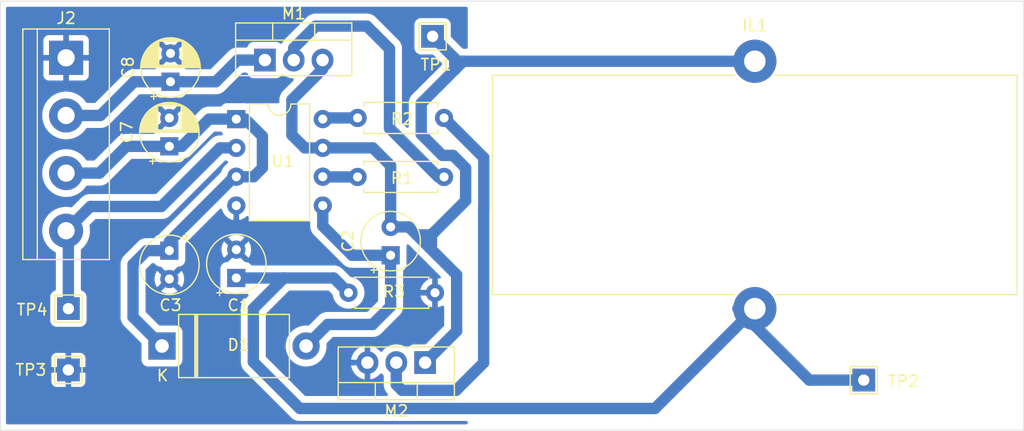
<source format=kicad_pcb>
(kicad_pcb (version 20240108) (generator "pcbnew") (generator_version "8.0")
  (layers (0 "F.Cu" signal) (31 "B.Cu" signal) (34 "B.Paste" user) (35 "F.Paste" user) (36 "B.SilkS" user "B.Silkscreen") (37 "F.SilkS" user "F.Silkscreen") (38 "B.Mask" user) (39 "F.Mask" user) (44 "Edge.Cuts" user))
  (net 0 "")
  (net 1 "pwm")
  (net 2 "vcc")
  (net 3 "Net-(D1--)")
  (net 4 "Vd")
  (net 5 "Vo")
  (net 6 "vdd")
  (net 7 "Net-(M1-G)")
  (net 8 "Net-(M2-G)")
  (net 9 "Net-(U1-HO)")
  (net 10 "Net-(U1-LO)")
  (net 11 "0")
  (footprint "Package_TO_SOT_THT:TO-220-3_Vertical" (layer "F.Cu") (at 158.84 113.755 180)
    (property "Reference" "M2" (at 2.54 -4.27 0) (layer "F.SilkS"))
    (property "Value" "IRF530")
    (fp_line (start 7.66 -3.27) (end 7.66 1.371) (stroke (width 0.12)) (layer "F.SilkS"))
    (fp_line (start 4.391 -3.27) (end 4.391 -1.76) (stroke (width 0.12)) (layer "F.SilkS"))
    (fp_line (start 0.69 -3.27) (end 0.69 -1.76) (stroke (width 0.12)) (layer "F.SilkS"))
    (fp_line (start -2.58 1.371) (end 7.66 1.371) (stroke (width 0.12)) (layer "F.SilkS"))
    (fp_line (start -2.58 -1.76) (end 7.66 -1.76) (stroke (width 0.12)) (layer "F.SilkS"))
    (fp_line (start -2.58 -3.27) (end 7.66 -3.27) (stroke (width 0.12)) (layer "F.SilkS"))
    (fp_line (start -2.58 -3.27) (end -2.58 1.371) (stroke (width 0.12)) (layer "F.SilkS"))
    (pad "1" thru_hole rect (at 0 0 180) (size 1.905 2) (drill 1.1) (layers "*.Cu" "*.Mask") (net 4 "Vd"))
    (pad "2" thru_hole oval (at 2.54 0 180) (size 1.905 2) (drill 1.1) (layers "*.Cu" "*.Mask") (net 8 "Net-(M2-G)"))
    (pad "3" thru_hole oval (at 5.08 0 180) (size 1.905 2) (drill 1.1) (layers "*.Cu" "*.Mask") (net 11 "0"))
  )
  (footprint "TestPoint:TestPoint_THTPad_2.0x2.0mm_Drill1.0mm" (layer "F.Cu") (at 127.4 114.4)
    (property "Reference" "TP3" (at -3.3 0 0) (layer "F.SilkS"))
    (property "Value" "GND")
    (fp_line (start -1.2 -1.2) (end 1.2 -1.2) (stroke (width 0.12)) (layer "F.SilkS"))
    (fp_line (start -1.2 1.2) (end -1.2 -1.2) (stroke (width 0.12)) (layer "F.SilkS"))
    (fp_line (start 1.2 -1.2) (end 1.2 1.2) (stroke (width 0.12)) (layer "F.SilkS"))
    (fp_line (start 1.2 1.2) (end -1.2 1.2) (stroke (width 0.12)) (layer "F.SilkS"))
    (pad "1" thru_hole rect (at 0 0) (size 2 2) (drill 1) (layers "*.Cu" "*.Mask") (net 11 "0"))
  )
  (footprint "Capacitor_THT:CP_Radial_Tantal_D5.0mm_P2.50mm" (layer "F.Cu") (at 155.8 104.3 90)
    (property "Reference" "C2" (at 1.25 -3.75 90) (layer "F.SilkS"))
    (property "Value" "330n")
    (fp_line (start -1.304775 -1.725) (end -1.304775 -1.225) (stroke (width 0.12)) (layer "F.SilkS"))
    (fp_line (start -1.554775 -1.475) (end -1.054775 -1.475) (stroke (width 0.12)) (layer "F.SilkS"))
    (fp_circle (center 1.25 0) (end 3.87 0) (stroke (width 0.12)) (fill none) (layer "F.SilkS"))
    (pad "1" thru_hole rect (at 0 0 90) (size 1.6 1.6) (drill 0.8) (layers "*.Cu" "*.Mask") (net 3 "Net-(D1--)"))
    (pad "2" thru_hole circle (at 2.5 0 90) (size 1.6 1.6) (drill 0.8) (layers "*.Cu" "*.Mask") (net 4 "Vd"))
  )
  (footprint "TerminalBlock:TerminalBlock_bornier-4_P5.08mm" (layer "F.Cu") (at 127.2 86.894888 -90)
    (property "Reference" "J2" (at -3.494888 0 180) (layer "F.SilkS"))
    (property "Value" "Conn_01x04_Socket")
    (fp_line (start -2.54 3.81) (end 17.78 3.81) (stroke (width 0.12)) (layer "F.SilkS"))
    (fp_line (start 17.78 3.81) (end 17.78 -3.81) (stroke (width 0.12)) (layer "F.SilkS"))
    (fp_line (start 17.78 2.54) (end -2.54 2.54) (stroke (width 0.12)) (layer "F.SilkS"))
    (fp_line (start -2.54 -3.81) (end -2.54 3.81) (stroke (width 0.12)) (layer "F.SilkS"))
    (fp_line (start -2.54 -3.81) (end 17.78 -3.81) (stroke (width 0.12)) (layer "F.SilkS"))
    (pad "1" thru_hole rect (at 0 0 270) (size 3 3) (drill 1.52) (layers "*.Cu" "*.Mask") (net 11 "0"))
    (pad "2" thru_hole circle (at 5.08 0 270) (size 3 3) (drill 1.52) (layers "*.Cu" "*.Mask") (net 6 "vdd"))
    (pad "3" thru_hole circle (at 10.16 0 270) (size 3 3) (drill 1.52) (layers "*.Cu" "*.Mask") (net 2 "vcc"))
    (pad "4" thru_hole circle (at 15.24 0 270) (size 3 3) (drill 1.52) (layers "*.Cu" "*.Mask") (net 1 "pwm"))
  )
  (footprint "TestPoint:TestPoint_THTPad_2.0x2.0mm_Drill1.0mm" (layer "F.Cu") (at 197.5 115.3)
    (property "Reference" "TP2" (at 3.5 0.1 0) (layer "F.SilkS"))
    (property "Value" "Vo")
    (fp_line (start -1.2 -1.2) (end 1.2 -1.2) (stroke (width 0.12)) (layer "F.SilkS"))
    (fp_line (start -1.2 1.2) (end -1.2 -1.2) (stroke (width 0.12)) (layer "F.SilkS"))
    (fp_line (start 1.2 -1.2) (end 1.2 1.2) (stroke (width 0.12)) (layer "F.SilkS"))
    (fp_line (start 1.2 1.2) (end -1.2 1.2) (stroke (width 0.12)) (layer "F.SilkS"))
    (pad "1" thru_hole rect (at 0 0) (size 2 2) (drill 1) (layers "*.Cu" "*.Mask") (net 5 "Vo"))
  )
  (footprint "Capacitor_THT:CP_Radial_D5.0mm_P2.50mm" (layer "F.Cu") (at 136.4 89.005113 90)
    (property "Reference" "C8" (at 1.25 -3.75 90) (layer "F.SilkS"))
    (property "Value" "10u")
    (fp_line (start 1.29 -2.58) (end 1.29 2.58) (stroke (width 0.12)) (layer "F.SilkS"))
    (fp_line (start 1.25 -2.58) (end 1.25 2.58) (stroke (width 0.12)) (layer "F.SilkS"))
    (fp_line (start 1.33 -2.579) (end 1.33 2.579) (stroke (width 0.12)) (layer "F.SilkS"))
    (fp_line (start 1.37 -2.578) (end 1.37 2.578) (stroke (width 0.12)) (layer "F.SilkS"))
    (fp_line (start 1.41 -2.576) (end 1.41 2.576) (stroke (width 0.12)) (layer "F.SilkS"))
    (fp_line (start 1.45 -2.573) (end 1.45 2.573) (stroke (width 0.12)) (layer "F.SilkS"))
    (fp_line (start 1.49 -2.569) (end 1.49 -1.04) (stroke (width 0.12)) (layer "F.SilkS"))
    (fp_line (start 1.53 -2.565) (end 1.53 -1.04) (stroke (width 0.12)) (layer "F.SilkS"))
    (fp_line (start 1.57 -2.561) (end 1.57 -1.04) (stroke (width 0.12)) (layer "F.SilkS"))
    (fp_line (start 1.61 -2.556) (end 1.61 -1.04) (stroke (width 0.12)) (layer "F.SilkS"))
    (fp_line (start 1.65 -2.55) (end 1.65 -1.04) (stroke (width 0.12)) (layer "F.SilkS"))
    (fp_line (start 1.69 -2.543) (end 1.69 -1.04) (stroke (width 0.12)) (layer "F.SilkS"))
    (fp_line (start 1.73 -2.536) (end 1.73 -1.04) (stroke (width 0.12)) (layer "F.SilkS"))
    (fp_line (start 1.77 -2.528) (end 1.77 -1.04) (stroke (width 0.12)) (layer "F.SilkS"))
    (fp_line (start 1.81 -2.52) (end 1.81 -1.04) (stroke (width 0.12)) (layer "F.SilkS"))
    (fp_line (start 1.85 -2.511) (end 1.85 -1.04) (stroke (width 0.12)) (layer "F.SilkS"))
    (fp_line (start 1.89 -2.501) (end 1.89 -1.04) (stroke (width 0.12)) (layer "F.SilkS"))
    (fp_line (start 1.93 -2.491) (end 1.93 -1.04) (stroke (width 0.12)) (layer "F.SilkS"))
    (fp_line (start 1.971 -2.48) (end 1.971 -1.04) (stroke (width 0.12)) (layer "F.SilkS"))
    (fp_line (start 2.011 -2.468) (end 2.011 -1.04) (stroke (width 0.12)) (layer "F.SilkS"))
    (fp_line (start 2.051 -2.455) (end 2.051 -1.04) (stroke (width 0.12)) (layer "F.SilkS"))
    (fp_line (start 2.091 -2.442) (end 2.091 -1.04) (stroke (width 0.12)) (layer "F.SilkS"))
    (fp_line (start 2.131 -2.428) (end 2.131 -1.04) (stroke (width 0.12)) (layer "F.SilkS"))
    (fp_line (start 2.171 -2.414) (end 2.171 -1.04) (stroke (width 0.12)) (layer "F.SilkS"))
    (fp_line (start 2.211 -2.398) (end 2.211 -1.04) (stroke (width 0.12)) (layer "F.SilkS"))
    (fp_line (start 2.251 -2.382) (end 2.251 -1.04) (stroke (width 0.12)) (layer "F.SilkS"))
    (fp_line (start 2.291 -2.365) (end 2.291 -1.04) (stroke (width 0.12)) (layer "F.SilkS"))
    (fp_line (start 2.331 -2.348) (end 2.331 -1.04) (stroke (width 0.12)) (layer "F.SilkS"))
    (fp_line (start 2.371 -2.329) (end 2.371 -1.04) (stroke (width 0.12)) (layer "F.SilkS"))
    (fp_line (start 2.411 -2.31) (end 2.411 -1.04) (stroke (width 0.12)) (layer "F.SilkS"))
    (fp_line (start 2.451 -2.29) (end 2.451 -1.04) (stroke (width 0.12)) (layer "F.SilkS"))
    (fp_line (start 2.491 -2.268) (end 2.491 -1.04) (stroke (width 0.12)) (layer "F.SilkS"))
    (fp_line (start 2.531 -2.247) (end 2.531 -1.04) (stroke (width 0.12)) (layer "F.SilkS"))
    (fp_line (start 2.571 -2.224) (end 2.571 -1.04) (stroke (width 0.12)) (layer "F.SilkS"))
    (fp_line (start 2.611 -2.2) (end 2.611 -1.04) (stroke (width 0.12)) (layer "F.SilkS"))
    (fp_line (start 2.651 -2.175) (end 2.651 -1.04) (stroke (width 0.12)) (layer "F.SilkS"))
    (fp_line (start 2.691 -2.149) (end 2.691 -1.04) (stroke (width 0.12)) (layer "F.SilkS"))
    (fp_line (start 2.731 -2.122) (end 2.731 -1.04) (stroke (width 0.12)) (layer "F.SilkS"))
    (fp_line (start 2.771 -2.095) (end 2.771 -1.04) (stroke (width 0.12)) (layer "F.SilkS"))
    (fp_line (start 2.811 -2.065) (end 2.811 -1.04) (stroke (width 0.12)) (layer "F.SilkS"))
    (fp_line (start 2.851 -2.035) (end 2.851 -1.04) (stroke (width 0.12)) (layer "F.SilkS"))
    (fp_line (start 2.891 -2.004) (end 2.891 -1.04) (stroke (width 0.12)) (layer "F.SilkS"))
    (fp_line (start 2.931 -1.971) (end 2.931 -1.04) (stroke (width 0.12)) (layer "F.SilkS"))
    (fp_line (start 2.971 -1.937) (end 2.971 -1.04) (stroke (width 0.12)) (layer "F.SilkS"))
    (fp_line (start 3.011 -1.901) (end 3.011 -1.04) (stroke (width 0.12)) (layer "F.SilkS"))
    (fp_line (start 3.051 -1.864) (end 3.051 -1.04) (stroke (width 0.12)) (layer "F.SilkS"))
    (fp_line (start 3.091 -1.826) (end 3.091 -1.04) (stroke (width 0.12)) (layer "F.SilkS"))
    (fp_line (start 3.131 -1.785) (end 3.131 -1.04) (stroke (width 0.12)) (layer "F.SilkS"))
    (fp_line (start 3.171 -1.743) (end 3.171 -1.04) (stroke (width 0.12)) (layer "F.SilkS"))
    (fp_line (start -1.304775 -1.725) (end -1.304775 -1.225) (stroke (width 0.12)) (layer "F.SilkS"))
    (fp_line (start 3.211 -1.699) (end 3.211 -1.04) (stroke (width 0.12)) (layer "F.SilkS"))
    (fp_line (start 3.251 -1.653) (end 3.251 -1.04) (stroke (width 0.12)) (layer "F.SilkS"))
    (fp_line (start 3.291 -1.605) (end 3.291 -1.04) (stroke (width 0.12)) (layer "F.SilkS"))
    (fp_line (start 3.331 -1.554) (end 3.331 -1.04) (stroke (width 0.12)) (layer "F.SilkS"))
    (fp_line (start 3.371 -1.5) (end 3.371 -1.04) (stroke (width 0.12)) (layer "F.SilkS"))
    (fp_line (start -1.554775 -1.475) (end -1.054775 -1.475) (stroke (width 0.12)) (layer "F.SilkS"))
    (fp_line (start 3.411 -1.443) (end 3.411 -1.04) (stroke (width 0.12)) (layer "F.SilkS"))
    (fp_line (start 3.451 -1.383) (end 3.451 -1.04) (stroke (width 0.12)) (layer "F.SilkS"))
    (fp_line (start 3.491 -1.319) (end 3.491 -1.04) (stroke (width 0.12)) (layer "F.SilkS"))
    (fp_line (start 3.531 -1.251) (end 3.531 -1.04) (stroke (width 0.12)) (layer "F.SilkS"))
    (fp_line (start 3.571 -1.178) (end 3.571 1.178) (stroke (width 0.12)) (layer "F.SilkS"))
    (fp_line (start 3.611 -1.098) (end 3.611 1.098) (stroke (width 0.12)) (layer "F.SilkS"))
    (fp_line (start 3.651 -1.011) (end 3.651 1.011) (stroke (width 0.12)) (layer "F.SilkS"))
    (fp_line (start 3.691 -0.915) (end 3.691 0.915) (stroke (width 0.12)) (layer "F.SilkS"))
    (fp_line (start 3.731 -0.805) (end 3.731 0.805) (stroke (width 0.12)) (layer "F.SilkS"))
    (fp_line (start 3.771 -0.677) (end 3.771 0.677) (stroke (width 0.12)) (layer "F.SilkS"))
    (fp_line (start 3.811 -0.518) (end 3.811 0.518) (stroke (width 0.12)) (layer "F.SilkS"))
    (fp_line (start 3.851 -0.284) (end 3.851 0.284) (stroke (width 0.12)) (layer "F.SilkS"))
    (fp_line (start 3.531 1.04) (end 3.531 1.251) (stroke (width 0.12)) (layer "F.SilkS"))
    (fp_line (start 3.491 1.04) (end 3.491 1.319) (stroke (width 0.12)) (layer "F.SilkS"))
    (fp_line (start 3.451 1.04) (end 3.451 1.383) (stroke (width 0.12)) (layer "F.SilkS"))
    (fp_line (start 3.411 1.04) (end 3.411 1.443) (stroke (width 0.12)) (layer "F.SilkS"))
    (fp_line (start 3.371 1.04) (end 3.371 1.5) (stroke (width 0.12)) (layer "F.SilkS"))
    (fp_line (start 3.331 1.04) (end 3.331 1.554) (stroke (width 0.12)) (layer "F.SilkS"))
    (fp_line (start 3.291 1.04) (end 3.291 1.605) (stroke (width 0.12)) (layer "F.SilkS"))
    (fp_line (start 3.251 1.04) (end 3.251 1.653) (stroke (width 0.12)) (layer "F.SilkS"))
    (fp_line (start 3.211 1.04) (end 3.211 1.699) (stroke (width 0.12)) (layer "F.SilkS"))
    (fp_line (start 3.171 1.04) (end 3.171 1.743) (stroke (width 0.12)) (layer "F.SilkS"))
    (fp_line (start 3.131 1.04) (end 3.131 1.785) (stroke (width 0.12)) (layer "F.SilkS"))
    (fp_line (start 3.091 1.04) (end 3.091 1.826) (stroke (width 0.12)) (layer "F.SilkS"))
    (fp_line (start 3.051 1.04) (end 3.051 1.864) (stroke (width 0.12)) (layer "F.SilkS"))
    (fp_line (start 3.011 1.04) (end 3.011 1.901) (stroke (width 0.12)) (layer "F.SilkS"))
    (fp_line (start 2.971 1.04) (end 2.971 1.937) (stroke (width 0.12)) (layer "F.SilkS"))
    (fp_line (start 2.931 1.04) (end 2.931 1.971) (stroke (width 0.12)) (layer "F.SilkS"))
    (fp_line (start 2.891 1.04) (end 2.891 2.004) (stroke (width 0.12)) (layer "F.SilkS"))
    (fp_line (start 2.851 1.04) (end 2.851 2.035) (stroke (width 0.12)) (layer "F.SilkS"))
    (fp_line (start 2.811 1.04) (end 2.811 2.065) (stroke (width 0.12)) (layer "F.SilkS"))
    (fp_line (start 2.771 1.04) (end 2.771 2.095) (stroke (width 0.12)) (layer "F.SilkS"))
    (fp_line (start 2.731 1.04) (end 2.731 2.122) (stroke (width 0.12)) (layer "F.SilkS"))
    (fp_line (start 2.691 1.04) (end 2.691 2.149) (stroke (width 0.12)) (layer "F.SilkS"))
    (fp_line (start 2.651 1.04) (end 2.651 2.175) (stroke (width 0.12)) (layer "F.SilkS"))
    (fp_line (start 2.611 1.04) (end 2.611 2.2) (stroke (width 0.12)) (layer "F.SilkS"))
    (fp_line (start 2.571 1.04) (end 2.571 2.224) (stroke (width 0.12)) (layer "F.SilkS"))
    (fp_line (start 2.531 1.04) (end 2.531 2.247) (stroke (width 0.12)) (layer "F.SilkS"))
    (fp_line (start 2.491 1.04) (end 2.491 2.268) (stroke (width 0.12)) (layer "F.SilkS"))
    (fp_line (start 2.451 1.04) (end 2.451 2.29) (stroke (width 0.12)) (layer "F.SilkS"))
    (fp_line (start 2.411 1.04) (end 2.411 2.31) (stroke (width 0.12)) (layer "F.SilkS"))
    (fp_line (start 2.371 1.04) (end 2.371 2.329) (stroke (width 0.12)) (layer "F.SilkS"))
    (fp_line (start 2.331 1.04) (end 2.331 2.348) (stroke (width 0.12)) (layer "F.SilkS"))
    (fp_line (start 2.291 1.04) (end 2.291 2.365) (stroke (width 0.12)) (layer "F.SilkS"))
    (fp_line (start 2.251 1.04) (end 2.251 2.382) (stroke (width 0.12)) (layer "F.SilkS"))
    (fp_line (start 2.211 1.04) (end 2.211 2.398) (stroke (width 0.12)) (layer "F.SilkS"))
    (fp_line (start 2.171 1.04) (end 2.171 2.414) (stroke (width 0.12)) (layer "F.SilkS"))
    (fp_line (start 2.131 1.04) (end 2.131 2.428) (stroke (width 0.12)) (layer "F.SilkS"))
    (fp_line (start 2.091 1.04) (end 2.091 2.442) (stroke (width 0.12)) (layer "F.SilkS"))
    (fp_line (start 2.051 1.04) (end 2.051 2.455) (stroke (width 0.12)) (layer "F.SilkS"))
    (fp_line (start 2.011 1.04) (end 2.011 2.468) (stroke (width 0.12)) (layer "F.SilkS"))
    (fp_line (start 1.971 1.04) (end 1.971 2.48) (stroke (width 0.12)) (layer "F.SilkS"))
    (fp_line (start 1.93 1.04) (end 1.93 2.491) (stroke (width 0.12)) (layer "F.SilkS"))
    (fp_line (start 1.89 1.04) (end 1.89 2.501) (stroke (width 0.12)) (layer "F.SilkS"))
    (fp_line (start 1.85 1.04) (end 1.85 2.511) (stroke (width 0.12)) (layer "F.SilkS"))
    (fp_line (start 1.81 1.04) (end 1.81 2.52) (stroke (width 0.12)) (layer "F.SilkS"))
    (fp_line (start 1.77 1.04) (end 1.77 2.528) (stroke (width 0.12)) (layer "F.SilkS"))
    (fp_line (start 1.73 1.04) (end 1.73 2.536) (stroke (width 0.12)) (layer "F.SilkS"))
    (fp_line (start 1.69 1.04) (end 1.69 2.543) (stroke (width 0.12)) (layer "F.SilkS"))
    (fp_line (start 1.65 1.04) (end 1.65 2.55) (stroke (width 0.12)) (layer "F.SilkS"))
    (fp_line (start 1.61 1.04) (end 1.61 2.556) (stroke (width 0.12)) (layer "F.SilkS"))
    (fp_line (start 1.57 1.04) (end 1.57 2.561) (stroke (width 0.12)) (layer "F.SilkS"))
    (fp_line (start 1.53 1.04) (end 1.53 2.565) (stroke (width 0.12)) (layer "F.SilkS"))
    (fp_line (start 1.49 1.04) (end 1.49 2.569) (stroke (width 0.12)) (layer "F.SilkS"))
    (fp_circle (center 1.25 0) (end 3.87 0) (stroke (width 0.12)) (fill none) (layer "F.SilkS"))
    (pad "1" thru_hole rect (at 0 0 90) (size 1.6 1.6) (drill 0.8) (layers "*.Cu" "*.Mask") (net 6 "vdd"))
    (pad "2" thru_hole circle (at 2.5 0 90) (size 1.6 1.6) (drill 0.8) (layers "*.Cu" "*.Mask") (net 11 "0"))
  )
  (footprint "Package_TO_SOT_THT:TO-220-3_Vertical" (layer "F.Cu") (at 144.72 87.094888)
    (property "Reference" "M1" (at 2.54 -4.094888 0) (layer "F.SilkS"))
    (property "Value" "IRF530")
    (fp_line (start -2.58 -3.27) (end -2.58 1.371) (stroke (width 0.12)) (layer "F.SilkS"))
    (fp_line (start -2.58 -3.27) (end 7.66 -3.27) (stroke (width 0.12)) (layer "F.SilkS"))
    (fp_line (start -2.58 -1.76) (end 7.66 -1.76) (stroke (width 0.12)) (layer "F.SilkS"))
    (fp_line (start -2.58 1.371) (end 7.66 1.371) (stroke (width 0.12)) (layer "F.SilkS"))
    (fp_line (start 0.69 -3.27) (end 0.69 -1.76) (stroke (width 0.12)) (layer "F.SilkS"))
    (fp_line (start 4.391 -3.27) (end 4.391 -1.76) (stroke (width 0.12)) (layer "F.SilkS"))
    (fp_line (start 7.66 -3.27) (end 7.66 1.371) (stroke (width 0.12)) (layer "F.SilkS"))
    (pad "1" thru_hole rect (at 0 0) (size 1.905 2) (drill 1.1) (layers "*.Cu" "*.Mask") (net 6 "vdd"))
    (pad "2" thru_hole oval (at 2.54 0) (size 1.905 2) (drill 1.1) (layers "*.Cu" "*.Mask") (net 7 "Net-(M1-G)"))
    (pad "3" thru_hole oval (at 5.08 0) (size 1.905 2) (drill 1.1) (layers "*.Cu" "*.Mask") (net 4 "Vd"))
  )
  (footprint "Diode_THT:D_DO-27_P12.70mm_Horizontal" (layer "F.Cu") (at 135.65 112.294888)
    (property "Reference" "D1" (at 6.75 -0.094888 0) (layer "F.SilkS"))
    (property "Value" "D1n5822rl")
    (fp_line (start 1.44 0) (end 1.47 0) (stroke (width 0.12)) (layer "F.SilkS"))
    (fp_line (start 1.47 -2.785) (end 1.47 2.785) (stroke (width 0.12)) (layer "F.SilkS"))
    (fp_line (start 1.47 2.785) (end 11.23 2.785) (stroke (width 0.12)) (layer "F.SilkS"))
    (fp_line (start 2.898 -2.785) (end 2.898 2.785) (stroke (width 0.12)) (layer "F.SilkS"))
    (fp_line (start 3.018 -2.785) (end 3.018 2.785) (stroke (width 0.12)) (layer "F.SilkS"))
    (fp_line (start 3.138 -2.785) (end 3.138 2.785) (stroke (width 0.12)) (layer "F.SilkS"))
    (fp_line (start 11.23 -2.785) (end 1.47 -2.785) (stroke (width 0.12)) (layer "F.SilkS"))
    (fp_line (start 11.23 2.785) (end 11.23 -2.785) (stroke (width 0.12)) (layer "F.SilkS"))
    (fp_line (start 11.26 0) (end 11.23 0) (stroke (width 0.12)) (layer "F.SilkS"))
    (fp_text user "K" (at 0.05 2.605112 0) (layer "F.SilkS"))
    (pad "1" thru_hole rect (at 0 0) (size 2.4 2.4) (drill 1.2) (layers "*.Cu" "*.Mask") (net 2 "vcc"))
    (pad "2" thru_hole oval (at 12.7 0) (size 2.4 2.4) (drill 1.2) (layers "*.Cu" "*.Mask") (net 3 "Net-(D1--)"))
  )
  (footprint "Package_DIP:DIP-8_W7.62mm" (layer "F.Cu") (at 142.2 92.294888)
    (property "Reference" "U1" (at 4.1 3.705112 0) (layer "F.SilkS"))
    (property "Value" "IR2104")
    (fp_line (start 1.16 -1.33) (end 1.16 8.95) (stroke (width 0.12)) (layer "F.SilkS"))
    (fp_line (start 1.16 8.95) (end 6.46 8.95) (stroke (width 0.12)) (layer "F.SilkS"))
    (fp_line (start 2.81 -1.33) (end 1.16 -1.33) (stroke (width 0.12)) (layer "F.SilkS"))
    (fp_line (start 6.46 -1.33) (end 4.81 -1.33) (stroke (width 0.12)) (layer "F.SilkS"))
    (fp_line (start 6.46 8.95) (end 6.46 -1.33) (stroke (width 0.12)) (layer "F.SilkS"))
    (fp_arc (start 4.81 -1.33) (mid 3.81 -0.33) (end 2.81 -1.33) (stroke (width 0.12)) (layer "F.SilkS"))
    (pad "1" thru_hole rect (at 0 0) (size 1.6 1.6) (drill 0.8) (layers "*.Cu" "*.Mask") (net 2 "vcc"))
    (pad "2" thru_hole oval (at 0 2.54) (size 1.6 1.6) (drill 0.8) (layers "*.Cu" "*.Mask") (net 1 "pwm"))
    (pad "3" thru_hole oval (at 0 5.08) (size 1.6 1.6) (drill 0.8) (layers "*.Cu" "*.Mask") (net 2 "vcc"))
    (pad "4" thru_hole oval (at 0 7.62) (size 1.6 1.6) (drill 0.8) (layers "*.Cu" "*.Mask") (net 11 "0"))
    (pad "5" thru_hole oval (at 7.62 7.62) (size 1.6 1.6) (drill 0.8) (layers "*.Cu" "*.Mask") (net 3 "Net-(D1--)"))
    (pad "6" thru_hole oval (at 7.62 5.08) (size 1.6 1.6) (drill 0.8) (layers "*.Cu" "*.Mask") (net 9 "Net-(U1-HO)"))
    (pad "7" thru_hole oval (at 7.62 2.54) (size 1.6 1.6) (drill 0.8) (layers "*.Cu" "*.Mask") (net 4 "Vd"))
    (pad "8" thru_hole oval (at 7.62 0) (size 1.6 1.6) (drill 0.8) (layers "*.Cu" "*.Mask") (net 10 "Net-(U1-LO)"))
  )
  (footprint "Resistor_THT:R_Axial_DIN0207_L6.3mm_D2.5mm_P7.62mm_Horizontal" (layer "F.Cu") (at 152.09 107.6)
    (property "Reference" "R3" (at 4.01 -0.1 0) (layer "F.SilkS"))
    (property "Value" "390")
    (fp_line (start 0.54 -1.37) (end 7.08 -1.37) (stroke (width 0.12)) (layer "F.SilkS"))
    (fp_line (start 0.54 -1.04) (end 0.54 -1.37) (stroke (width 0.12)) (layer "F.SilkS"))
    (fp_line (start 0.54 1.04) (end 0.54 1.37) (stroke (width 0.12)) (layer "F.SilkS"))
    (fp_line (start 0.54 1.37) (end 7.08 1.37) (stroke (width 0.12)) (layer "F.SilkS"))
    (fp_line (start 7.08 -1.37) (end 7.08 -1.04) (stroke (width 0.12)) (layer "F.SilkS"))
    (fp_line (start 7.08 1.37) (end 7.08 1.04) (stroke (width 0.12)) (layer "F.SilkS"))
    (pad "1" thru_hole circle (at 0 0) (size 1.6 1.6) (drill 0.8) (layers "*.Cu" "*.Mask") (net 5 "Vo"))
    (pad "2" thru_hole oval (at 7.62 0) (size 1.6 1.6) (drill 0.8) (layers "*.Cu" "*.Mask") (net 11 "0"))
  )
  (footprint "Resistor_THT:R_Axial_DIN0207_L6.3mm_D2.5mm_P7.62mm_Horizontal" (layer "F.Cu") (at 160.51 92.194888 180)
    (property "Reference" "R2" (at 3.71 -0.105112 0) (layer "F.SilkS"))
    (property "Value" "10")
    (fp_line (start 7.08 1.37) (end 7.08 1.04) (stroke (width 0.12)) (layer "F.SilkS"))
    (fp_line (start 7.08 -1.37) (end 7.08 -1.04) (stroke (width 0.12)) (layer "F.SilkS"))
    (fp_line (start 0.54 1.37) (end 7.08 1.37) (stroke (width 0.12)) (layer "F.SilkS"))
    (fp_line (start 0.54 1.04) (end 0.54 1.37) (stroke (width 0.12)) (layer "F.SilkS"))
    (fp_line (start 0.54 -1.04) (end 0.54 -1.37) (stroke (width 0.12)) (layer "F.SilkS"))
    (fp_line (start 0.54 -1.37) (end 7.08 -1.37) (stroke (width 0.12)) (layer "F.SilkS"))
    (pad "1" thru_hole circle (at 0 0 180) (size 1.6 1.6) (drill 0.8) (layers "*.Cu" "*.Mask") (net 8 "Net-(M2-G)"))
    (pad "2" thru_hole oval (at 7.62 0 180) (size 1.6 1.6) (drill 0.8) (layers "*.Cu" "*.Mask") (net 10 "Net-(U1-LO)"))
  )
  (footprint "Resistor_THT:R_Axial_DIN0207_L6.3mm_D2.5mm_P7.62mm_Horizontal" (layer "F.Cu") (at 160.51 97.394888 180)
    (property "Reference" "R1" (at 3.71 -0.105112 0) (layer "F.SilkS"))
    (property "Value" "10")
    (fp_line (start 7.08 1.37) (end 7.08 1.04) (stroke (width 0.12)) (layer "F.SilkS"))
    (fp_line (start 7.08 -1.37) (end 7.08 -1.04) (stroke (width 0.12)) (layer "F.SilkS"))
    (fp_line (start 0.54 1.37) (end 7.08 1.37) (stroke (width 0.12)) (layer "F.SilkS"))
    (fp_line (start 0.54 1.04) (end 0.54 1.37) (stroke (width 0.12)) (layer "F.SilkS"))
    (fp_line (start 0.54 -1.04) (end 0.54 -1.37) (stroke (width 0.12)) (layer "F.SilkS"))
    (fp_line (start 0.54 -1.37) (end 7.08 -1.37) (stroke (width 0.12)) (layer "F.SilkS"))
    (pad "1" thru_hole circle (at 0 0 180) (size 1.6 1.6) (drill 0.8) (layers "*.Cu" "*.Mask") (net 7 "Net-(M1-G)"))
    (pad "2" thru_hole oval (at 7.62 0 180) (size 1.6 1.6) (drill 0.8) (layers "*.Cu" "*.Mask") (net 9 "Net-(U1-HO)"))
  )
  (footprint "Capacitor_THT:CP_Radial_D5.0mm_P2.50mm" (layer "F.Cu") (at 136.3 94.700001 90)
    (property "Reference" "C7" (at 1.25 -3.75 90) (layer "F.SilkS"))
    (property "Value" "10u")
    (fp_line (start 1.29 -2.58) (end 1.29 2.58) (stroke (width 0.12)) (layer "F.SilkS"))
    (fp_line (start 1.25 -2.58) (end 1.25 2.58) (stroke (width 0.12)) (layer "F.SilkS"))
    (fp_line (start 1.33 -2.579) (end 1.33 2.579) (stroke (width 0.12)) (layer "F.SilkS"))
    (fp_line (start 1.37 -2.578) (end 1.37 2.578) (stroke (width 0.12)) (layer "F.SilkS"))
    (fp_line (start 1.41 -2.576) (end 1.41 2.576) (stroke (width 0.12)) (layer "F.SilkS"))
    (fp_line (start 1.45 -2.573) (end 1.45 2.573) (stroke (width 0.12)) (layer "F.SilkS"))
    (fp_line (start 1.49 -2.569) (end 1.49 -1.04) (stroke (width 0.12)) (layer "F.SilkS"))
    (fp_line (start 1.53 -2.565) (end 1.53 -1.04) (stroke (width 0.12)) (layer "F.SilkS"))
    (fp_line (start 1.57 -2.561) (end 1.57 -1.04) (stroke (width 0.12)) (layer "F.SilkS"))
    (fp_line (start 1.61 -2.556) (end 1.61 -1.04) (stroke (width 0.12)) (layer "F.SilkS"))
    (fp_line (start 1.65 -2.55) (end 1.65 -1.04) (stroke (width 0.12)) (layer "F.SilkS"))
    (fp_line (start 1.69 -2.543) (end 1.69 -1.04) (stroke (width 0.12)) (layer "F.SilkS"))
    (fp_line (start 1.73 -2.536) (end 1.73 -1.04) (stroke (width 0.12)) (layer "F.SilkS"))
    (fp_line (start 1.77 -2.528) (end 1.77 -1.04) (stroke (width 0.12)) (layer "F.SilkS"))
    (fp_line (start 1.81 -2.52) (end 1.81 -1.04) (stroke (width 0.12)) (layer "F.SilkS"))
    (fp_line (start 1.85 -2.511) (end 1.85 -1.04) (stroke (width 0.12)) (layer "F.SilkS"))
    (fp_line (start 1.89 -2.501) (end 1.89 -1.04) (stroke (width 0.12)) (layer "F.SilkS"))
    (fp_line (start 1.93 -2.491) (end 1.93 -1.04) (stroke (width 0.12)) (layer "F.SilkS"))
    (fp_line (start 1.971 -2.48) (end 1.971 -1.04) (stroke (width 0.12)) (layer "F.SilkS"))
    (fp_line (start 2.011 -2.468) (end 2.011 -1.04) (stroke (width 0.12)) (layer "F.SilkS"))
    (fp_line (start 2.051 -2.455) (end 2.051 -1.04) (stroke (width 0.12)) (layer "F.SilkS"))
    (fp_line (start 2.091 -2.442) (end 2.091 -1.04) (stroke (width 0.12)) (layer "F.SilkS"))
    (fp_line (start 2.131 -2.428) (end 2.131 -1.04) (stroke (width 0.12)) (layer "F.SilkS"))
    (fp_line (start 2.171 -2.414) (end 2.171 -1.04) (stroke (width 0.12)) (layer "F.SilkS"))
    (fp_line (start 2.211 -2.398) (end 2.211 -1.04) (stroke (width 0.12)) (layer "F.SilkS"))
    (fp_line (start 2.251 -2.382) (end 2.251 -1.04) (stroke (width 0.12)) (layer "F.SilkS"))
    (fp_line (start 2.291 -2.365) (end 2.291 -1.04) (stroke (width 0.12)) (layer "F.SilkS"))
    (fp_line (start 2.331 -2.348) (end 2.331 -1.04) (stroke (width 0.12)) (layer "F.SilkS"))
    (fp_line (start 2.371 -2.329) (end 2.371 -1.04) (stroke (width 0.12)) (layer "F.SilkS"))
    (fp_line (start 2.411 -2.31) (end 2.411 -1.04) (stroke (width 0.12)) (layer "F.SilkS"))
    (fp_line (start 2.451 -2.29) (end 2.451 -1.04) (stroke (width 0.12)) (layer "F.SilkS"))
    (fp_line (start 2.491 -2.268) (end 2.491 -1.04) (stroke (width 0.12)) (layer "F.SilkS"))
    (fp_line (start 2.531 -2.247) (end 2.531 -1.04) (stroke (width 0.12)) (layer "F.SilkS"))
    (fp_line (start 2.571 -2.224) (end 2.571 -1.04) (stroke (width 0.12)) (layer "F.SilkS"))
    (fp_line (start 2.611 -2.2) (end 2.611 -1.04) (stroke (width 0.12)) (layer "F.SilkS"))
    (fp_line (start 2.651 -2.175) (end 2.651 -1.04) (stroke (width 0.12)) (layer "F.SilkS"))
    (fp_line (start 2.691 -2.149) (end 2.691 -1.04) (stroke (width 0.12)) (layer "F.SilkS"))
    (fp_line (start 2.731 -2.122) (end 2.731 -1.04) (stroke (width 0.12)) (layer "F.SilkS"))
    (fp_line (start 2.771 -2.095) (end 2.771 -1.04) (stroke (width 0.12)) (layer "F.SilkS"))
    (fp_line (start 2.811 -2.065) (end 2.811 -1.04) (stroke (width 0.12)) (layer "F.SilkS"))
    (fp_line (start 2.851 -2.035) (end 2.851 -1.04) (stroke (width 0.12)) (layer "F.SilkS"))
    (fp_line (start 2.891 -2.004) (end 2.891 -1.04) (stroke (width 0.12)) (layer "F.SilkS"))
    (fp_line (start 2.931 -1.971) (end 2.931 -1.04) (stroke (width 0.12)) (layer "F.SilkS"))
    (fp_line (start 2.971 -1.937) (end 2.971 -1.04) (stroke (width 0.12)) (layer "F.SilkS"))
    (fp_line (start 3.011 -1.901) (end 3.011 -1.04) (stroke (width 0.12)) (layer "F.SilkS"))
    (fp_line (start 3.051 -1.864) (end 3.051 -1.04) (stroke (width 0.12)) (layer "F.SilkS"))
    (fp_line (start 3.091 -1.826) (end 3.091 -1.04) (stroke (width 0.12)) (layer "F.SilkS"))
    (fp_line (start 3.131 -1.785) (end 3.131 -1.04) (stroke (width 0.12)) (layer "F.SilkS"))
    (fp_line (start 3.171 -1.743) (end 3.171 -1.04) (stroke (width 0.12)) (layer "F.SilkS"))
    (fp_line (start -1.304775 -1.725) (end -1.304775 -1.225) (stroke (width 0.12)) (layer "F.SilkS"))
    (fp_line (start 3.211 -1.699) (end 3.211 -1.04) (stroke (width 0.12)) (layer "F.SilkS"))
    (fp_line (start 3.251 -1.653) (end 3.251 -1.04) (stroke (width 0.12)) (layer "F.SilkS"))
    (fp_line (start 3.291 -1.605) (end 3.291 -1.04) (stroke (width 0.12)) (layer "F.SilkS"))
    (fp_line (start 3.331 -1.554) (end 3.331 -1.04) (stroke (width 0.12)) (layer "F.SilkS"))
    (fp_line (start 3.371 -1.5) (end 3.371 -1.04) (stroke (width 0.12)) (layer "F.SilkS"))
    (fp_line (start -1.554775 -1.475) (end -1.054775 -1.475) (stroke (width 0.12)) (layer "F.SilkS"))
    (fp_line (start 3.411 -1.443) (end 3.411 -1.04) (stroke (width 0.12)) (layer "F.SilkS"))
    (fp_line (start 3.451 -1.383) (end 3.451 -1.04) (stroke (width 0.12)) (layer "F.SilkS"))
    (fp_line (start 3.491 -1.319) (end 3.491 -1.04) (stroke (width 0.12)) (layer "F.SilkS"))
    (fp_line (start 3.531 -1.251) (end 3.531 -1.04) (stroke (width 0.12)) (layer "F.SilkS"))
    (fp_line (start 3.571 -1.178) (end 3.571 1.178) (stroke (width 0.12)) (layer "F.SilkS"))
    (fp_line (start 3.611 -1.098) (end 3.611 1.098) (stroke (width 0.12)) (layer "F.SilkS"))
    (fp_line (start 3.651 -1.011) (end 3.651 1.011) (stroke (width 0.12)) (layer "F.SilkS"))
    (fp_line (start 3.691 -0.915) (end 3.691 0.915) (stroke (width 0.12)) (layer "F.SilkS"))
    (fp_line (start 3.731 -0.805) (end 3.731 0.805) (stroke (width 0.12)) (layer "F.SilkS"))
    (fp_line (start 3.771 -0.677) (end 3.771 0.677) (stroke (width 0.12)) (layer "F.SilkS"))
    (fp_line (start 3.811 -0.518) (end 3.811 0.518) (stroke (width 0.12)) (layer "F.SilkS"))
    (fp_line (start 3.851 -0.284) (end 3.851 0.284) (stroke (width 0.12)) (layer "F.SilkS"))
    (fp_line (start 3.531 1.04) (end 3.531 1.251) (stroke (width 0.12)) (layer "F.SilkS"))
    (fp_line (start 3.491 1.04) (end 3.491 1.319) (stroke (width 0.12)) (layer "F.SilkS"))
    (fp_line (start 3.451 1.04) (end 3.451 1.383) (stroke (width 0.12)) (layer "F.SilkS"))
    (fp_line (start 3.411 1.04) (end 3.411 1.443) (stroke (width 0.12)) (layer "F.SilkS"))
    (fp_line (start 3.371 1.04) (end 3.371 1.5) (stroke (width 0.12)) (layer "F.SilkS"))
    (fp_line (start 3.331 1.04) (end 3.331 1.554) (stroke (width 0.12)) (layer "F.SilkS"))
    (fp_line (start 3.291 1.04) (end 3.291 1.605) (stroke (width 0.12)) (layer "F.SilkS"))
    (fp_line (start 3.251 1.04) (end 3.251 1.653) (stroke (width 0.12)) (layer "F.SilkS"))
    (fp_line (start 3.211 1.04) (end 3.211 1.699) (stroke (width 0.12)) (layer "F.SilkS"))
    (fp_line (start 3.171 1.04) (end 3.171 1.743) (stroke (width 0.12)) (layer "F.SilkS"))
    (fp_line (start 3.131 1.04) (end 3.131 1.785) (stroke (width 0.12)) (layer "F.SilkS"))
    (fp_line (start 3.091 1.04) (end 3.091 1.826) (stroke (width 0.12)) (layer "F.SilkS"))
    (fp_line (start 3.051 1.04) (end 3.051 1.864) (stroke (width 0.12)) (layer "F.SilkS"))
    (fp_line (start 3.011 1.04) (end 3.011 1.901) (stroke (width 0.12)) (layer "F.SilkS"))
    (fp_line (start 2.971 1.04) (end 2.971 1.937) (stroke (width 0.12)) (layer "F.SilkS"))
    (fp_line (start 2.931 1.04) (end 2.931 1.971) (stroke (width 0.12)) (layer "F.SilkS"))
    (fp_line (start 2.891 1.04) (end 2.891 2.004) (stroke (width 0.12)) (layer "F.SilkS"))
    (fp_line (start 2.851 1.04) (end 2.851 2.035) (stroke (width 0.12)) (layer "F.SilkS"))
    (fp_line (start 2.811 1.04) (end 2.811 2.065) (stroke (width 0.12)) (layer "F.SilkS"))
    (fp_line (start 2.771 1.04) (end 2.771 2.095) (stroke (width 0.12)) (layer "F.SilkS"))
    (fp_line (start 2.731 1.04) (end 2.731 2.122) (stroke (width 0.12)) (layer "F.SilkS"))
    (fp_line (start 2.691 1.04) (end 2.691 2.149) (stroke (width 0.12)) (layer "F.SilkS"))
    (fp_line (start 2.651 1.04) (end 2.651 2.175) (stroke (width 0.12)) (layer "F.SilkS"))
    (fp_line (start 2.611 1.04) (end 2.611 2.2) (stroke (width 0.12)) (layer "F.SilkS"))
    (fp_line (start 2.571 1.04) (end 2.571 2.224) (stroke (width 0.12)) (layer "F.SilkS"))
    (fp_line (start 2.531 1.04) (end 2.531 2.247) (stroke (width 0.12)) (layer "F.SilkS"))
    (fp_line (start 2.491 1.04) (end 2.491 2.268) (stroke (width 0.12)) (layer "F.SilkS"))
    (fp_line (start 2.451 1.04) (end 2.451 2.29) (stroke (width 0.12)) (layer "F.SilkS"))
    (fp_line (start 2.411 1.04) (end 2.411 2.31) (stroke (width 0.12)) (layer "F.SilkS"))
    (fp_line (start 2.371 1.04) (end 2.371 2.329) (stroke (width 0.12)) (layer "F.SilkS"))
    (fp_line (start 2.331 1.04) (end 2.331 2.348) (stroke (width 0.12)) (layer "F.SilkS"))
    (fp_line (start 2.291 1.04) (end 2.291 2.365) (stroke (width 0.12)) (layer "F.SilkS"))
    (fp_line (start 2.251 1.04) (end 2.251 2.382) (stroke (width 0.12)) (layer "F.SilkS"))
    (fp_line (start 2.211 1.04) (end 2.211 2.398) (stroke (width 0.12)) (layer "F.SilkS"))
    (fp_line (start 2.171 1.04) (end 2.171 2.414) (stroke (width 0.12)) (layer "F.SilkS"))
    (fp_line (start 2.131 1.04) (end 2.131 2.428) (stroke (width 0.12)) (layer "F.SilkS"))
    (fp_line (start 2.091 1.04) (end 2.091 2.442) (stroke (width 0.12)) (layer "F.SilkS"))
    (fp_line (start 2.051 1.04) (end 2.051 2.455) (stroke (width 0.12)) (layer "F.SilkS"))
    (fp_line (start 2.011 1.04) (end 2.011 2.468) (stroke (width 0.12)) (layer "F.SilkS"))
    (fp_line (start 1.971 1.04) (end 1.971 2.48) (stroke (width 0.12)) (layer "F.SilkS"))
    (fp_line (start 1.93 1.04) (end 1.93 2.491) (stroke (width 0.12)) (layer "F.SilkS"))
    (fp_line (start 1.89 1.04) (end 1.89 2.501) (stroke (width 0.12)) (layer "F.SilkS"))
    (fp_line (start 1.85 1.04) (end 1.85 2.511) (stroke (width 0.12)) (layer "F.SilkS"))
    (fp_line (start 1.81 1.04) (end 1.81 2.52) (stroke (width 0.12)) (layer "F.SilkS"))
    (fp_line (start 1.77 1.04) (end 1.77 2.528) (stroke (width 0.12)) (layer "F.SilkS"))
    (fp_line (start 1.73 1.04) (end 1.73 2.536) (stroke (width 0.12)) (layer "F.SilkS"))
    (fp_line (start 1.69 1.04) (end 1.69 2.543) (stroke (width 0.12)) (layer "F.SilkS"))
    (fp_line (start 1.65 1.04) (end 1.65 2.55) (stroke (width 0.12)) (layer "F.SilkS"))
    (fp_line (start 1.61 1.04) (end 1.61 2.556) (stroke (width 0.12)) (layer "F.SilkS"))
    (fp_line (start 1.57 1.04) (end 1.57 2.561) (stroke (width 0.12)) (layer "F.SilkS"))
    (fp_line (start 1.53 1.04) (end 1.53 2.565) (stroke (width 0.12)) (layer "F.SilkS"))
    (fp_line (start 1.49 1.04) (end 1.49 2.569) (stroke (width 0.12)) (layer "F.SilkS"))
    (fp_circle (center 1.25 0) (end 3.87 0) (stroke (width 0.12)) (fill none) (layer "F.SilkS"))
    (pad "1" thru_hole rect (at 0 0 90) (size 1.6 1.6) (drill 0.8) (layers "*.Cu" "*.Mask") (net 2 "vcc"))
    (pad "2" thru_hole circle (at 2.5 0 90) (size 1.6 1.6) (drill 0.8) (layers "*.Cu" "*.Mask") (net 11 "0"))
  )
  (footprint "TestPoint:TestPoint_THTPad_2.0x2.0mm_Drill1.0mm" (layer "F.Cu") (at 159.5 85)
    (property "Reference" "TP1" (at 0.3 2.5 0) (layer "F.SilkS"))
    (property "Value" "Vd")
    (fp_line (start -1.2 -1.2) (end 1.2 -1.2) (stroke (width 0.12)) (layer "F.SilkS"))
    (fp_line (start -1.2 1.2) (end -1.2 -1.2) (stroke (width 0.12)) (layer "F.SilkS"))
    (fp_line (start 1.2 -1.2) (end 1.2 1.2) (stroke (width 0.12)) (layer "F.SilkS"))
    (fp_line (start 1.2 1.2) (end -1.2 1.2) (stroke (width 0.12)) (layer "F.SilkS"))
    (pad "1" thru_hole rect (at 0 0) (size 2 2) (drill 1) (layers "*.Cu" "*.Mask") (net 4 "Vd"))
  )
  (footprint "Inductor_THT:L_Toroid_Vertical_L46.0mm_W19.1mm_P21.80mm_Bourns_5700" (layer "F.Cu") (at 187.9 87.2)
    (property "Reference" "IL1" (at 0 -3.15 0) (layer "F.SilkS"))
    (property "Value" "500µ")
    (fp_line (start -23.12 1.23) (end -23.12 20.57) (stroke (width 0.12)) (layer "F.SilkS"))
    (fp_line (start -23.12 1.23) (end -1.785 1.23) (stroke (width 0.12)) (layer "F.SilkS"))
    (fp_line (start -23.12 20.57) (end -1.785 20.57) (stroke (width 0.12)) (layer "F.SilkS"))
    (fp_line (start 1.785 1.23) (end 23.12 1.23) (stroke (width 0.12)) (layer "F.SilkS"))
    (fp_line (start 1.785 20.57) (end 23.12 20.57) (stroke (width 0.12)) (layer "F.SilkS"))
    (fp_line (start 23.12 1.23) (end 23.12 20.57) (stroke (width 0.12)) (layer "F.SilkS"))
    (pad "1" thru_hole circle (at 0 0) (size 3.8 3.8) (drill 1.9) (layers "*.Cu" "*.Mask") (net 4 "Vd"))
    (pad "2" thru_hole circle (at 0 21.8) (size 3.8 3.8) (drill 1.9) (layers "*.Cu" "*.Mask") (net 5 "Vo"))
  )
  (footprint "Capacitor_THT:CP_Radial_Tantal_D5.0mm_P2.50mm" (layer "F.Cu") (at 142.2 106.3 90)
    (property "Reference" "C3" (at -2.4 -5.8 180) (layer "F.SilkS"))
    (property "Value" "150n")
    (fp_line (start -1.304775 -1.725) (end -1.304775 -1.225) (stroke (width 0.12)) (layer "F.SilkS"))
    (fp_line (start -1.554775 -1.475) (end -1.054775 -1.475) (stroke (width 0.12)) (layer "F.SilkS"))
    (fp_circle (center 1.25 0) (end 3.87 0) (stroke (width 0.12)) (fill none) (layer "F.SilkS"))
    (pad "1" thru_hole rect (at 0 0 90) (size 1.6 1.6) (drill 0.8) (layers "*.Cu" "*.Mask") (net 5 "Vo"))
    (pad "2" thru_hole circle (at 2.5 0 90) (size 1.6 1.6) (drill 0.8) (layers "*.Cu" "*.Mask") (net 11 "0"))
  )
  (footprint "TestPoint:TestPoint_THTPad_2.0x2.0mm_Drill1.0mm" (layer "F.Cu") (at 127.4 109)
    (property "Reference" "TP4" (at -3.2 0.1 0) (layer "F.SilkS"))
    (property "Value" "PWM")
    (fp_line (start -1.2 -1.2) (end 1.2 -1.2) (stroke (width 0.12)) (layer "F.SilkS"))
    (fp_line (start -1.2 1.2) (end -1.2 -1.2) (stroke (width 0.12)) (layer "F.SilkS"))
    (fp_line (start 1.2 -1.2) (end 1.2 1.2) (stroke (width 0.12)) (layer "F.SilkS"))
    (fp_line (start 1.2 1.2) (end -1.2 1.2) (stroke (width 0.12)) (layer "F.SilkS"))
    (pad "1" thru_hole rect (at 0 0) (size 2 2) (drill 1) (layers "*.Cu" "*.Mask") (net 1 "pwm"))
  )
  (footprint "Capacitor_THT:CP_Radial_Tantal_D5.0mm_P2.50mm" (layer "F.Cu") (at 136.3 103.889776 -90)
    (property "Reference" "C1" (at 4.810224 -6.1 180) (layer "F.SilkS"))
    (property "Value" "1µ")
    (fp_line (start -1.554775 -1.475) (end -1.054775 -1.475) (stroke (width 0.12)) (layer "F.SilkS"))
    (fp_line (start -1.304775 -1.725) (end -1.304775 -1.225) (stroke (width 0.12)) (layer "F.SilkS"))
    (fp_circle (center 1.25 0) (end 3.87 0) (stroke (width 0.12)) (fill none) (layer "F.SilkS"))
    (pad "1" thru_hole rect (at 0 0 270) (size 1.6 1.6) (drill 0.8) (layers "*.Cu" "*.Mask") (net 2 "vcc"))
    (pad "2" thru_hole circle (at 2.5 0 270) (size 1.6 1.6) (drill 0.8) (layers "*.Cu" "*.Mask") (net 11 "0"))
  )
  (gr_rect (start 121.4 81.9) (end 211.6 119.7) (stroke (width 0.05)) (fill none) (layer "Edge.Cuts"))
  (segment (start 135.6 100) (end 129.334888 100) (width 1) (layer "B.Cu") (net 1))
  (segment (start 142.2 94.834888) (end 140.765112 94.834888) (width 1) (layer "B.Cu") (net 1))
  (segment (start 140.765112 94.834888) (end 135.6 100) (width 1) (layer "B.Cu") (net 1))
  (segment (start 127.4 102.334888) (end 127.2 102.134888) (width 1) (layer "B.Cu") (net 1))
  (segment (start 127.4 109) (end 127.4 102.334888) (width 1) (layer "B.Cu") (net 1))
  (segment (start 129.334888 100) (end 127.2 102.134888) (width 1) (layer "B.Cu") (net 1))
  (segment (start 136.3 94.700001) (end 137.399999 94.700001) (width 1) (layer "B.Cu") (net 2))
  (segment (start 137.399999 94.700001) (end 139.805112 92.294888) (width 1) (layer "B.Cu") (net 2))
  (segment (start 144.5 93.8) (end 144.5 96.6) (width 1) (layer "B.Cu") (net 2))
  (segment (start 144.5 96.6) (end 143.725112 97.374888) (width 1) (layer "B.Cu") (net 2))
  (segment (start 143.725112 97.374888) (end 142.2 97.374888) (width 1) (layer "B.Cu") (net 2))
  (segment (start 134.310224 103.889776) (end 136.3 103.889776) (width 1) (layer "B.Cu") (net 2))
  (segment (start 136.3 103.1) (end 136.3 103.889776) (width 1) (layer "B.Cu") (net 2))
  (segment (start 142.2 97.374888) (end 142.025112 97.374888) (width 1) (layer "B.Cu") (net 2))
  (segment (start 142.994888 92.294888) (end 144.5 93.8) (width 1) (layer "B.Cu") (net 2))
  (segment (start 142.025112 97.374888) (end 136.3 103.1) (width 1) (layer "B.Cu") (net 2))
  (segment (start 135.65 112.294888) (end 133.1 109.744888) (width 1) (layer "B.Cu") (net 2))
  (segment (start 133.1 105.1) (end 134.310224 103.889776) (width 1) (layer "B.Cu") (net 2))
  (segment (start 130.145112 97.054888) (end 132.499999 94.700001) (width 1) (layer "B.Cu") (net 2))
  (segment (start 132.499999 94.700001) (end 136.3 94.700001) (width 1) (layer "B.Cu") (net 2))
  (segment (start 127.2 97.054888) (end 130.145112 97.054888) (width 1) (layer "B.Cu") (net 2))
  (segment (start 139.805112 92.294888) (end 142.2 92.294888) (width 1) (layer "B.Cu") (net 2))
  (segment (start 142.2 92.294888) (end 142.994888 92.294888) (width 1) (layer "B.Cu") (net 2))
  (segment (start 133.1 109.744888) (end 133.1 105.1) (width 1) (layer "B.Cu") (net 2))
  (segment (start 149.82 101.72) (end 149.82 99.914888) (width 1) (layer "B.Cu") (net 3))
  (segment (start 154.205112 110.394888) (end 155.8 108.8) (width 1) (layer "B.Cu") (net 3))
  (segment (start 148.35 112.294888) (end 150.25 110.394888) (width 1) (layer "B.Cu") (net 3))
  (segment (start 152.4 104.3) (end 149.82 101.72) (width 1) (layer "B.Cu") (net 3))
  (segment (start 155.8 108.8) (end 155.8 104.3) (width 1) (layer "B.Cu") (net 3))
  (segment (start 150.25 110.394888) (end 154.205112 110.394888) (width 1) (layer "B.Cu") (net 3))
  (segment (start 155.8 104.3) (end 152.4 104.3) (width 1) (layer "B.Cu") (net 3))
  (segment (start 160.35763 95.494888) (end 161.297006 95.494888) (width 1) (layer "B.Cu") (net 4))
  (segment (start 161.62 110.975) (end 158.84 113.755) (width 1) (layer "B.Cu") (net 4))
  (segment (start 158.1 102.5) (end 157.4 101.8) (width 1) (layer "B.Cu") (net 4))
  (segment (start 161.2 86.7) (end 161.7 87.2) (width 1) (layer "B.Cu") (net 4))
  (segment (start 158.5 90.9) (end 158.5 93.637258) (width 1) (layer "B.Cu") (net 4))
  (segment (start 161.5 87.9) (end 158.5 90.9) (width 1) (layer "B.Cu") (net 4))
  (segment (start 187.9 87.2) (end 162.2 87.2) (width 1) (layer "B.Cu") (net 4))
  (segment (start 161.45 87.85) (end 161.5 87.9) (width 1) (layer "B.Cu") (net 4))
  (segment (start 159.25 103.55) (end 159.25 103.65) (width 1) (layer "B.Cu") (net 4))
  (segment (start 159.5 85) (end 161.2 86.7) (width 1) (layer "B.Cu") (net 4))
  (segment (start 161.45 86.95) (end 161.45 87.85) (width 1) (layer "B.Cu") (net 4))
  (segment (start 157.4 101.8) (end 155.8 101.8) (width 1) (layer "B.Cu") (net 4))
  (segment (start 161.297006 95.494888) (end 162.41 96.607882) (width 1) (layer "B.Cu") (net 4))
  (segment (start 159.8 104.2) (end 159.95 104.35) (width 1) (layer "B.Cu") (net 4))
  (segment (start 155.8 96.4) (end 154.234888 94.834888) (width 1) (layer "B.Cu") (net 4))
  (segment (start 155.8 101.8) (end 155.8 96.4) (width 1) (layer "B.Cu") (net 4))
  (segment (start 159.4 103.4) (end 159.25 103.55) (width 1) (layer "B.Cu") (net 4))
  (segment (start 161.62 106.02) (end 161.62 110.975) (width 1) (layer "B.Cu") (net 4))
  (segment (start 159.95 104.35) (end 159.25 103.65) (width 1) (layer "B.Cu") (net 4))
  (segment (start 147.1 90.6) (end 147.1 91.6) (width 1) (layer "B.Cu") (net 4))
  (segment (start 149.8 87.9) (end 147.1 90.6) (width 1) (layer "B.Cu") (net 4))
  (segment (start 162.41 99.49) (end 159.65 102.25) (width 1) (layer "B.Cu") (net 4))
  (segment (start 147.1 93.7) (end 148.234888 94.834888) (width 1) (layer "B.Cu") (net 4))
  (segment (start 161.2 86.7) (end 161.45 86.95) (width 1) (layer "B.Cu") (net 4))
  (segment (start 154.234888 94.834888) (end 149.82 94.834888) (width 1) (layer "B.Cu") (net 4))
  (segment (start 159.65 102.25) (end 159.4 102.5) (width 1) (layer "B.Cu") (net 4))
  (segment (start 159.4 102.5) (end 158.1 102.5) (width 1) (layer "B.Cu") (net 4))
  (segment (start 159.65 102.25) (end 158.9 103) (width 1) (layer "B.Cu") (net 4))
  (segment (start 162.2 87.2) (end 161.5 87.9) (width 1) (layer "B.Cu") (net 4))
  (segment (start 148.234888 94.834888) (end 149.82 94.834888) (width 1) (layer "B.Cu") (net 4))
  (segment (start 161.7 87.2) (end 162.2 87.2) (width 1) (layer "B.Cu") (net 4))
  (segment (start 158.6 103) (end 158.1 102.5) (width 1) (layer "B.Cu") (net 4))
  (segment (start 147.1 91.6) (end 147.1 93.7) (width 1) (layer "B.Cu") (net 4))
  (segment (start 149.8 87.094888) (end 149.8 87.9) (width 1) (layer "B.Cu") (net 4))
  (segment (start 158.5 93.637258) (end 160.35763 95.494888) (width 1) (layer "B.Cu") (net 4))
  (segment (start 159.95 104.35) (end 161.62 106.02) (width 1) (layer "B.Cu") (net 4))
  (segment (start 159.4 102.5) (end 159.4 103.4) (width 1) (layer "B.Cu") (net 4))
  (segment (start 158.9 103) (end 158.6 103) (width 1) (layer "B.Cu") (net 4))
  (segment (start 159.25 103.65) (end 158.6 103) (width 1) (layer "B.Cu") (net 4))
  (segment (start 162.41 96.607882) (end 162.41 99.49) (width 1) (layer "B.Cu") (net 4))
  (segment (start 146.4 106.3) (end 150.79 106.3) (width 1) (layer "B.Cu") (net 5))
  (segment (start 143.7 113.7) (end 143.7 109) (width 1) (layer "B.Cu") (net 5))
  (segment (start 186.4 109) (end 192.7 115.3) (width 1) (layer "B.Cu") (net 5))
  (segment (start 150.79 106.3) (end 152.09 107.6) (width 1) (layer "B.Cu") (net 5))
  (segment (start 143.7 109) (end 146.4 106.3) (width 1) (layer "B.Cu") (net 5))
  (segment (start 147.8 117.8) (end 143.7 113.7) (width 1) (layer "B.Cu") (net 5))
  (segment (start 187.9 109) (end 179.1 117.8) (width 1) (layer "B.Cu") (net 5))
  (segment (start 142.2 106.3) (end 146.4 106.3) (width 1) (layer "B.Cu") (net 5))
  (segment (start 179.1 117.8) (end 147.8 117.8) (width 1) (layer "B.Cu") (net 5))
  (segment (start 192.7 115.3) (end 197.5 115.3) (width 1) (layer "B.Cu") (net 5))
  (segment (start 133.194887 89.005113) (end 136.4 89.005113) (width 1) (layer "B.Cu") (net 6))
  (segment (start 130.225112 91.974888) (end 133.194887 89.005113) (width 1) (layer "B.Cu") (net 6))
  (segment (start 140.394887 89.005113) (end 142.305112 87.094888) (width 1) (layer "B.Cu") (net 6))
  (segment (start 136.4 89.005113) (end 140.394887 89.005113) (width 1) (layer "B.Cu") (net 6))
  (segment (start 142.305112 87.094888) (end 144.72 87.094888) (width 1) (layer "B.Cu") (net 6))
  (segment (start 136.505113 88.9) (end 136.4 89.005113) (width 1) (layer "B.Cu") (net 6))
  (segment (start 127.2 91.974888) (end 130.225112 91.974888) (width 1) (layer "B.Cu") (net 6))
  (segment (start 149.2 84.1) (end 153.7 84.1) (width 1) (layer "B.Cu") (net 7))
  (segment (start 153.7 84.1) (end 155.7 86.1) (width 1) (layer "B.Cu") (net 7))
  (segment (start 147.26 87.094888) (end 147.26 86.04) (width 1) (layer "B.Cu") (net 7))
  (segment (start 155.7 93.1) (end 159.994888 97.394888) (width 1) (layer "B.Cu") (net 7))
  (segment (start 159.994888 97.394888) (end 160.51 97.394888) (width 1) (layer "B.Cu") (net 7))
  (segment (start 147.26 86.04) (end 149.2 84.1) (width 1) (layer "B.Cu") (net 7))
  (segment (start 155.7 86.1) (end 155.7 93.1) (width 1) (layer "B.Cu") (net 7))
  (segment (start 161.57375 116.2) (end 164 113.77375) (width 1) (layer "B.Cu") (net 8))
  (segment (start 164 100.162742) (end 164.01 100.152742) (width 1) (layer "B.Cu") (net 8))
  (segment (start 156.3 115.7) (end 156.8 116.2) (width 1) (layer "B.Cu") (net 8))
  (segment (start 156.8 116.2) (end 161.57375 116.2) (width 1) (layer "B.Cu") (net 8))
  (segment (start 164.01 100.152742) (end 164.01 95.694888) (width 1) (layer "B.Cu") (net 8))
  (segment (start 164 113.77375) (end 164 100.162742) (width 1) (layer "B.Cu") (net 8))
  (segment (start 164.01 95.694888) (end 160.51 92.194888) (width 1) (layer "B.Cu") (net 8))
  (segment (start 156.3 113.755) (end 156.3 115.7) (width 1) (layer "B.Cu") (net 8))
  (segment (start 149.84 97.394888) (end 149.82 97.374888) (width 1) (layer "B.Cu") (net 9))
  (segment (start 152.89 97.394888) (end 149.84 97.394888) (width 1) (layer "B.Cu") (net 9))
  (segment (start 152.89 92.194888) (end 149.92 92.194888) (width 1) (layer "B.Cu") (net 10))
  (segment (start 149.92 92.194888) (end 149.82 92.294888) (width 1) (layer "B.Cu") (net 10))
  (zone (net 11) (net_name "0") (layer "B.Cu") (connect_pads (clearance 0.5)) (min_thickness 0.25) (fill yes (thermal_gap 0.5) (thermal_bridge_width 0.5))
    (polygon (pts (xy 121.4 81.9) (xy 162.6 81.8) (xy 162.6 119.7) (xy 121.4 119.8)))
  )
  (zone (net 0) (net_name "") (layer "B.Cu") (connect_pads (clearance 0)) (min_thickness 0.25)
    (keepout (tracks allowed) (vias allowed) (pads allowed) (copperpour not_allowed) (footprints allowed))
    (fill (thermal_gap 0.5) (thermal_bridge_width 0.5))
    (polygon (pts (xy 143.3 90.9) (xy 148.7 90.9) (xy 148.7 101.3) (xy 143.3 101.3)))
  )
)
</source>
